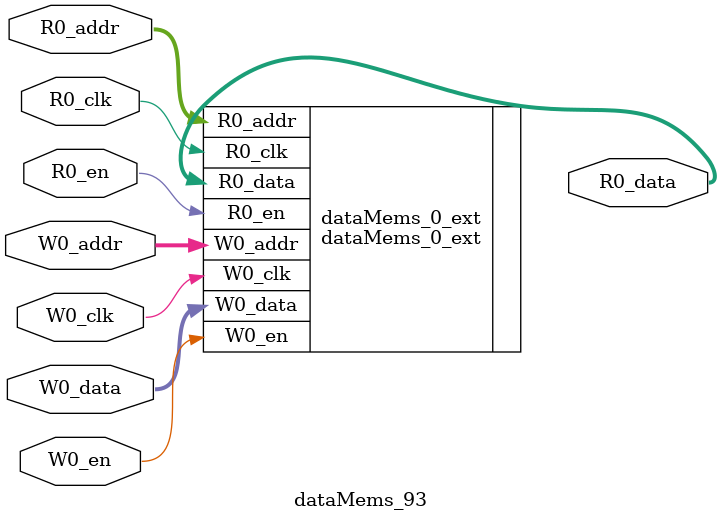
<source format=sv>
`ifndef RANDOMIZE
  `ifdef RANDOMIZE_REG_INIT
    `define RANDOMIZE
  `endif // RANDOMIZE_REG_INIT
`endif // not def RANDOMIZE
`ifndef RANDOMIZE
  `ifdef RANDOMIZE_MEM_INIT
    `define RANDOMIZE
  `endif // RANDOMIZE_MEM_INIT
`endif // not def RANDOMIZE

`ifndef RANDOM
  `define RANDOM $random
`endif // not def RANDOM

// Users can define 'PRINTF_COND' to add an extra gate to prints.
`ifndef PRINTF_COND_
  `ifdef PRINTF_COND
    `define PRINTF_COND_ (`PRINTF_COND)
  `else  // PRINTF_COND
    `define PRINTF_COND_ 1
  `endif // PRINTF_COND
`endif // not def PRINTF_COND_

// Users can define 'ASSERT_VERBOSE_COND' to add an extra gate to assert error printing.
`ifndef ASSERT_VERBOSE_COND_
  `ifdef ASSERT_VERBOSE_COND
    `define ASSERT_VERBOSE_COND_ (`ASSERT_VERBOSE_COND)
  `else  // ASSERT_VERBOSE_COND
    `define ASSERT_VERBOSE_COND_ 1
  `endif // ASSERT_VERBOSE_COND
`endif // not def ASSERT_VERBOSE_COND_

// Users can define 'STOP_COND' to add an extra gate to stop conditions.
`ifndef STOP_COND_
  `ifdef STOP_COND
    `define STOP_COND_ (`STOP_COND)
  `else  // STOP_COND
    `define STOP_COND_ 1
  `endif // STOP_COND
`endif // not def STOP_COND_

// Users can define INIT_RANDOM as general code that gets injected into the
// initializer block for modules with registers.
`ifndef INIT_RANDOM
  `define INIT_RANDOM
`endif // not def INIT_RANDOM

// If using random initialization, you can also define RANDOMIZE_DELAY to
// customize the delay used, otherwise 0.002 is used.
`ifndef RANDOMIZE_DELAY
  `define RANDOMIZE_DELAY 0.002
`endif // not def RANDOMIZE_DELAY

// Define INIT_RANDOM_PROLOG_ for use in our modules below.
`ifndef INIT_RANDOM_PROLOG_
  `ifdef RANDOMIZE
    `ifdef VERILATOR
      `define INIT_RANDOM_PROLOG_ `INIT_RANDOM
    `else  // VERILATOR
      `define INIT_RANDOM_PROLOG_ `INIT_RANDOM #`RANDOMIZE_DELAY begin end
    `endif // VERILATOR
  `else  // RANDOMIZE
    `define INIT_RANDOM_PROLOG_
  `endif // RANDOMIZE
`endif // not def INIT_RANDOM_PROLOG_

// Include register initializers in init blocks unless synthesis is set
`ifndef SYNTHESIS
  `ifndef ENABLE_INITIAL_REG_
    `define ENABLE_INITIAL_REG_
  `endif // not def ENABLE_INITIAL_REG_
`endif // not def SYNTHESIS

// Include rmemory initializers in init blocks unless synthesis is set
`ifndef SYNTHESIS
  `ifndef ENABLE_INITIAL_MEM_
    `define ENABLE_INITIAL_MEM_
  `endif // not def ENABLE_INITIAL_MEM_
`endif // not def SYNTHESIS

module dataMems_93(	// @[generators/ara/src/main/scala/UnsafeAXI4ToTL.scala:365:62]
  input  [4:0]   R0_addr,
  input          R0_en,
  input          R0_clk,
  output [258:0] R0_data,
  input  [4:0]   W0_addr,
  input          W0_en,
  input          W0_clk,
  input  [258:0] W0_data
);

  dataMems_0_ext dataMems_0_ext (	// @[generators/ara/src/main/scala/UnsafeAXI4ToTL.scala:365:62]
    .R0_addr (R0_addr),
    .R0_en   (R0_en),
    .R0_clk  (R0_clk),
    .R0_data (R0_data),
    .W0_addr (W0_addr),
    .W0_en   (W0_en),
    .W0_clk  (W0_clk),
    .W0_data (W0_data)
  );
endmodule


</source>
